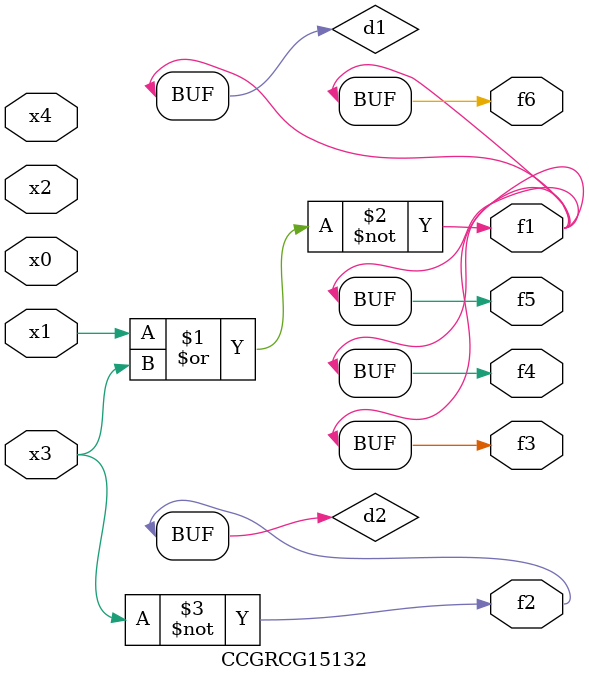
<source format=v>
module CCGRCG15132(
	input x0, x1, x2, x3, x4,
	output f1, f2, f3, f4, f5, f6
);

	wire d1, d2;

	nor (d1, x1, x3);
	not (d2, x3);
	assign f1 = d1;
	assign f2 = d2;
	assign f3 = d1;
	assign f4 = d1;
	assign f5 = d1;
	assign f6 = d1;
endmodule

</source>
